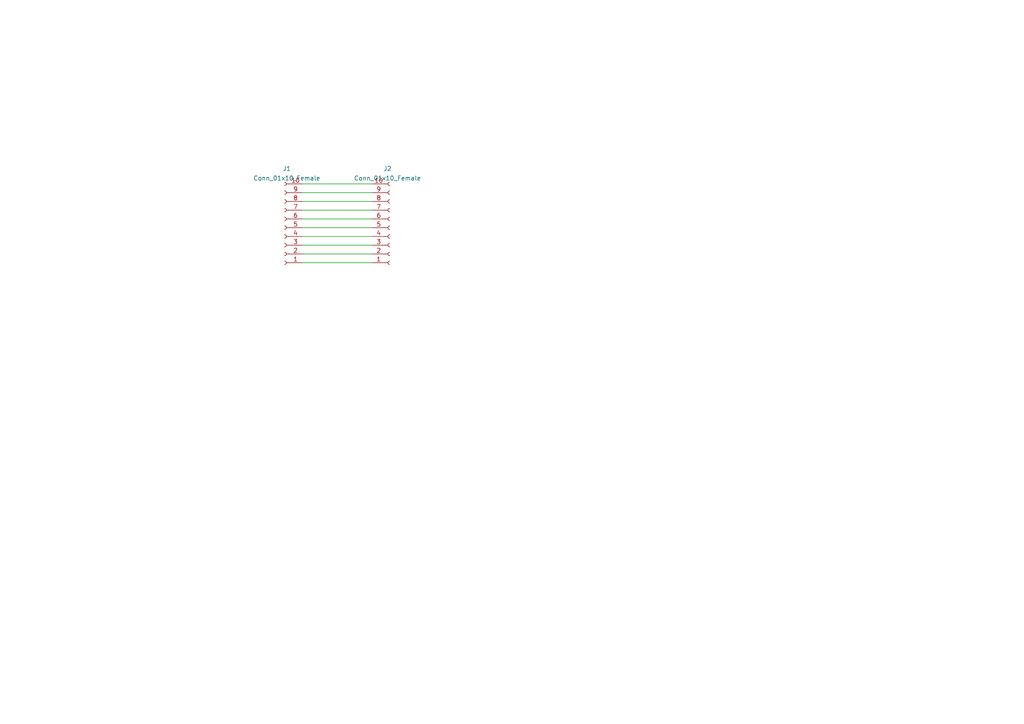
<source format=kicad_sch>
(kicad_sch (version 20211123) (generator eeschema)

  (uuid 7b2509a5-9849-48ef-a7cc-d730e9a0d969)

  (paper "A4")

  (lib_symbols
    (symbol "Connector:Conn_01x10_Female" (pin_names (offset 1.016) hide) (in_bom yes) (on_board yes)
      (property "Reference" "J" (id 0) (at 0 12.7 0)
        (effects (font (size 1.27 1.27)))
      )
      (property "Value" "Conn_01x10_Female" (id 1) (at 0 -15.24 0)
        (effects (font (size 1.27 1.27)))
      )
      (property "Footprint" "" (id 2) (at 0 0 0)
        (effects (font (size 1.27 1.27)) hide)
      )
      (property "Datasheet" "~" (id 3) (at 0 0 0)
        (effects (font (size 1.27 1.27)) hide)
      )
      (property "ki_keywords" "connector" (id 4) (at 0 0 0)
        (effects (font (size 1.27 1.27)) hide)
      )
      (property "ki_description" "Generic connector, single row, 01x10, script generated (kicad-library-utils/schlib/autogen/connector/)" (id 5) (at 0 0 0)
        (effects (font (size 1.27 1.27)) hide)
      )
      (property "ki_fp_filters" "Connector*:*_1x??_*" (id 6) (at 0 0 0)
        (effects (font (size 1.27 1.27)) hide)
      )
      (symbol "Conn_01x10_Female_1_1"
        (arc (start 0 -12.192) (mid -0.508 -12.7) (end 0 -13.208)
          (stroke (width 0.1524) (type default) (color 0 0 0 0))
          (fill (type none))
        )
        (arc (start 0 -9.652) (mid -0.508 -10.16) (end 0 -10.668)
          (stroke (width 0.1524) (type default) (color 0 0 0 0))
          (fill (type none))
        )
        (arc (start 0 -7.112) (mid -0.508 -7.62) (end 0 -8.128)
          (stroke (width 0.1524) (type default) (color 0 0 0 0))
          (fill (type none))
        )
        (arc (start 0 -4.572) (mid -0.508 -5.08) (end 0 -5.588)
          (stroke (width 0.1524) (type default) (color 0 0 0 0))
          (fill (type none))
        )
        (arc (start 0 -2.032) (mid -0.508 -2.54) (end 0 -3.048)
          (stroke (width 0.1524) (type default) (color 0 0 0 0))
          (fill (type none))
        )
        (polyline
          (pts
            (xy -1.27 -12.7)
            (xy -0.508 -12.7)
          )
          (stroke (width 0.1524) (type default) (color 0 0 0 0))
          (fill (type none))
        )
        (polyline
          (pts
            (xy -1.27 -10.16)
            (xy -0.508 -10.16)
          )
          (stroke (width 0.1524) (type default) (color 0 0 0 0))
          (fill (type none))
        )
        (polyline
          (pts
            (xy -1.27 -7.62)
            (xy -0.508 -7.62)
          )
          (stroke (width 0.1524) (type default) (color 0 0 0 0))
          (fill (type none))
        )
        (polyline
          (pts
            (xy -1.27 -5.08)
            (xy -0.508 -5.08)
          )
          (stroke (width 0.1524) (type default) (color 0 0 0 0))
          (fill (type none))
        )
        (polyline
          (pts
            (xy -1.27 -2.54)
            (xy -0.508 -2.54)
          )
          (stroke (width 0.1524) (type default) (color 0 0 0 0))
          (fill (type none))
        )
        (polyline
          (pts
            (xy -1.27 0)
            (xy -0.508 0)
          )
          (stroke (width 0.1524) (type default) (color 0 0 0 0))
          (fill (type none))
        )
        (polyline
          (pts
            (xy -1.27 2.54)
            (xy -0.508 2.54)
          )
          (stroke (width 0.1524) (type default) (color 0 0 0 0))
          (fill (type none))
        )
        (polyline
          (pts
            (xy -1.27 5.08)
            (xy -0.508 5.08)
          )
          (stroke (width 0.1524) (type default) (color 0 0 0 0))
          (fill (type none))
        )
        (polyline
          (pts
            (xy -1.27 7.62)
            (xy -0.508 7.62)
          )
          (stroke (width 0.1524) (type default) (color 0 0 0 0))
          (fill (type none))
        )
        (polyline
          (pts
            (xy -1.27 10.16)
            (xy -0.508 10.16)
          )
          (stroke (width 0.1524) (type default) (color 0 0 0 0))
          (fill (type none))
        )
        (arc (start 0 0.508) (mid -0.508 0) (end 0 -0.508)
          (stroke (width 0.1524) (type default) (color 0 0 0 0))
          (fill (type none))
        )
        (arc (start 0 3.048) (mid -0.508 2.54) (end 0 2.032)
          (stroke (width 0.1524) (type default) (color 0 0 0 0))
          (fill (type none))
        )
        (arc (start 0 5.588) (mid -0.508 5.08) (end 0 4.572)
          (stroke (width 0.1524) (type default) (color 0 0 0 0))
          (fill (type none))
        )
        (arc (start 0 8.128) (mid -0.508 7.62) (end 0 7.112)
          (stroke (width 0.1524) (type default) (color 0 0 0 0))
          (fill (type none))
        )
        (arc (start 0 10.668) (mid -0.508 10.16) (end 0 9.652)
          (stroke (width 0.1524) (type default) (color 0 0 0 0))
          (fill (type none))
        )
        (pin passive line (at -5.08 10.16 0) (length 3.81)
          (name "Pin_1" (effects (font (size 1.27 1.27))))
          (number "1" (effects (font (size 1.27 1.27))))
        )
        (pin passive line (at -5.08 -12.7 0) (length 3.81)
          (name "Pin_10" (effects (font (size 1.27 1.27))))
          (number "10" (effects (font (size 1.27 1.27))))
        )
        (pin passive line (at -5.08 7.62 0) (length 3.81)
          (name "Pin_2" (effects (font (size 1.27 1.27))))
          (number "2" (effects (font (size 1.27 1.27))))
        )
        (pin passive line (at -5.08 5.08 0) (length 3.81)
          (name "Pin_3" (effects (font (size 1.27 1.27))))
          (number "3" (effects (font (size 1.27 1.27))))
        )
        (pin passive line (at -5.08 2.54 0) (length 3.81)
          (name "Pin_4" (effects (font (size 1.27 1.27))))
          (number "4" (effects (font (size 1.27 1.27))))
        )
        (pin passive line (at -5.08 0 0) (length 3.81)
          (name "Pin_5" (effects (font (size 1.27 1.27))))
          (number "5" (effects (font (size 1.27 1.27))))
        )
        (pin passive line (at -5.08 -2.54 0) (length 3.81)
          (name "Pin_6" (effects (font (size 1.27 1.27))))
          (number "6" (effects (font (size 1.27 1.27))))
        )
        (pin passive line (at -5.08 -5.08 0) (length 3.81)
          (name "Pin_7" (effects (font (size 1.27 1.27))))
          (number "7" (effects (font (size 1.27 1.27))))
        )
        (pin passive line (at -5.08 -7.62 0) (length 3.81)
          (name "Pin_8" (effects (font (size 1.27 1.27))))
          (number "8" (effects (font (size 1.27 1.27))))
        )
        (pin passive line (at -5.08 -10.16 0) (length 3.81)
          (name "Pin_9" (effects (font (size 1.27 1.27))))
          (number "9" (effects (font (size 1.27 1.27))))
        )
      )
    )
  )


  (wire (pts (xy 87.63 73.66) (xy 107.95 73.66))
    (stroke (width 0) (type default) (color 0 0 0 0))
    (uuid 14c508c5-2759-45e1-a8a6-c4ecab466e96)
  )
  (wire (pts (xy 87.63 58.42) (xy 107.95 58.42))
    (stroke (width 0) (type default) (color 0 0 0 0))
    (uuid 2a73b2b8-979b-4d11-b3be-c5997a29b309)
  )
  (wire (pts (xy 87.63 71.12) (xy 107.95 71.12))
    (stroke (width 0) (type default) (color 0 0 0 0))
    (uuid 3aeb1d70-9364-479e-8979-645974f314c4)
  )
  (wire (pts (xy 87.63 63.5) (xy 107.95 63.5))
    (stroke (width 0) (type default) (color 0 0 0 0))
    (uuid 4591eefd-d121-421e-9158-df30c4fc2f0f)
  )
  (wire (pts (xy 87.63 60.96) (xy 107.95 60.96))
    (stroke (width 0) (type default) (color 0 0 0 0))
    (uuid 4f6eb446-58b0-40e6-b5d8-78c8cd018e3e)
  )
  (wire (pts (xy 87.63 66.04) (xy 107.95 66.04))
    (stroke (width 0) (type default) (color 0 0 0 0))
    (uuid 54023e9e-8b0b-4be0-b413-78162e9b482b)
  )
  (wire (pts (xy 87.63 68.58) (xy 107.95 68.58))
    (stroke (width 0) (type default) (color 0 0 0 0))
    (uuid 5904c446-a321-4b40-a230-67d84769a86e)
  )
  (wire (pts (xy 87.63 53.34) (xy 107.95 53.34))
    (stroke (width 0) (type default) (color 0 0 0 0))
    (uuid 6845ee12-7be4-4772-a6b0-f472ebf6e73e)
  )
  (wire (pts (xy 87.63 55.88) (xy 107.95 55.88))
    (stroke (width 0) (type default) (color 0 0 0 0))
    (uuid eb503f36-06f9-429b-bfac-69b2fc2fa2db)
  )
  (wire (pts (xy 87.63 76.2) (xy 107.95 76.2))
    (stroke (width 0) (type default) (color 0 0 0 0))
    (uuid fc5bf72f-979d-4f33-b2df-76dd06b208f1)
  )

  (symbol (lib_id "Connector:Conn_01x10_Female") (at 113.03 66.04 0) (mirror x) (unit 1)
    (in_bom yes) (on_board yes) (fields_autoplaced)
    (uuid 53db68a7-14e8-4baa-ac45-daadd65513d1)
    (property "Reference" "J2" (id 0) (at 112.395 48.9163 0))
    (property "Value" "Conn_01x10_Female" (id 1) (at 112.395 51.6914 0))
    (property "Footprint" "Connector_PinHeader_2.54mm:PinHeader_1x10_P2.54mm_Vertical" (id 2) (at 113.03 66.04 0)
      (effects (font (size 1.27 1.27)) hide)
    )
    (property "Datasheet" "~" (id 3) (at 113.03 66.04 0)
      (effects (font (size 1.27 1.27)) hide)
    )
    (pin "1" (uuid 394e1e13-28f8-4ced-a2d9-0b0e847e2ba7))
    (pin "10" (uuid ee3af1dd-9b9e-4e2f-8f7d-58e38c690410))
    (pin "2" (uuid 25f53bfb-74b6-4ac1-a9b3-f0e5fcfb2acb))
    (pin "3" (uuid 7dc8b720-4317-4265-bb3f-b22702c49c37))
    (pin "4" (uuid 13cc3ed0-5d6e-432e-a920-2485183a707f))
    (pin "5" (uuid 8051ceca-6044-4f1a-b5de-bf9bbf8bbab0))
    (pin "6" (uuid 94bb63c4-d35e-4601-b883-f7f070257a08))
    (pin "7" (uuid 2d87fda9-b766-4b9a-9472-7abc69d9d09d))
    (pin "8" (uuid a82f4d40-31e3-4ccb-b2dc-b4182af78909))
    (pin "9" (uuid 1d9f6ec6-e3bc-4477-a158-fdb4e35456c7))
  )

  (symbol (lib_id "Connector:Conn_01x10_Female") (at 82.55 66.04 180) (unit 1)
    (in_bom yes) (on_board yes) (fields_autoplaced)
    (uuid ee202a96-96ee-464e-a148-4b76788af37e)
    (property "Reference" "J1" (id 0) (at 83.185 48.9163 0))
    (property "Value" "Conn_01x10_Female" (id 1) (at 83.185 51.6914 0))
    (property "Footprint" "Connector_PinHeader_2.54mm:PinHeader_1x10_P2.54mm_Vertical" (id 2) (at 82.55 66.04 0)
      (effects (font (size 1.27 1.27)) hide)
    )
    (property "Datasheet" "~" (id 3) (at 82.55 66.04 0)
      (effects (font (size 1.27 1.27)) hide)
    )
    (pin "1" (uuid c162194b-67d4-4e41-9f8f-ed2653e0d196))
    (pin "10" (uuid e005c0e7-6fe6-45fc-9b8c-d6458ada7d94))
    (pin "2" (uuid 9dd98557-9d35-4410-bb42-c60c8569f6b4))
    (pin "3" (uuid 9e4d6234-d287-46a7-833e-1086cbe33e30))
    (pin "4" (uuid 7816bf3c-78ac-4d86-8419-8f9745c22f9d))
    (pin "5" (uuid 2f9221d0-9237-419d-a405-ed6293d81ca2))
    (pin "6" (uuid 8caa6ac8-9324-4dbf-9999-0ab7579656ee))
    (pin "7" (uuid 962defff-51d6-4ea0-9a4d-3205cf1d6dd3))
    (pin "8" (uuid b9fcbea8-79b2-47b3-ba05-6d88b4193114))
    (pin "9" (uuid 4d770cf5-2570-44ce-82d7-01b22dd0dfa9))
  )
)

</source>
